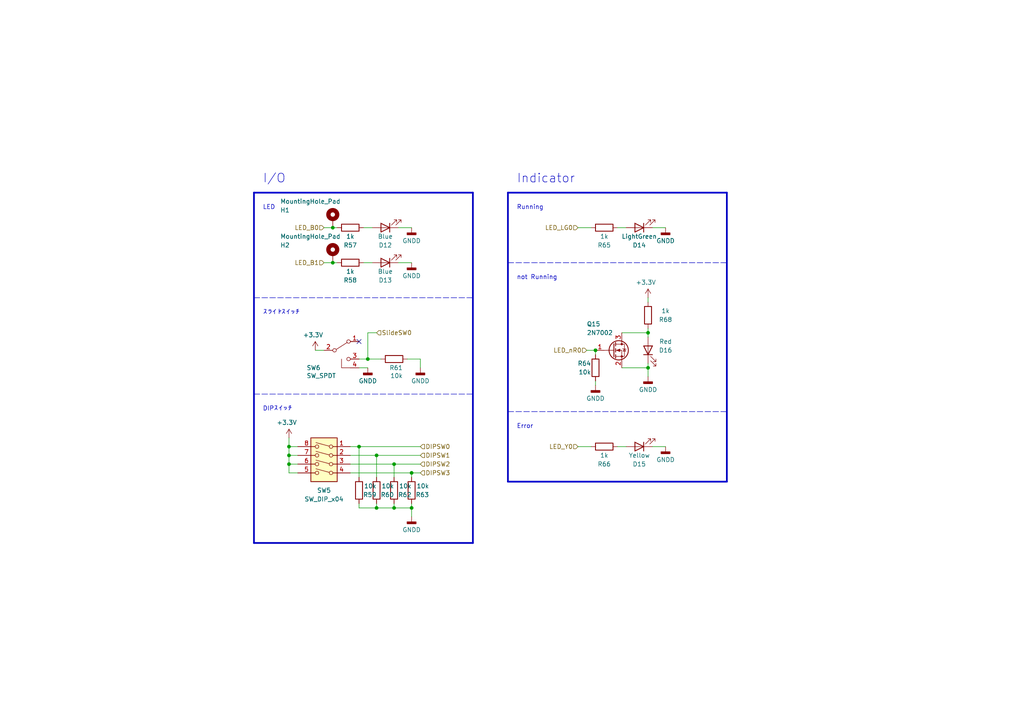
<source format=kicad_sch>
(kicad_sch (version 20230121) (generator eeschema)
  (paper "A4")
  (lib_symbols
    (symbol "Device:LED" (pin_numbers hide) (pin_names (offset 1.016) hide)
      (property "Reference" "D" (at 0 2.54 0))
      (property "Value" "LED" (at 0 -2.54 0))
      (symbol "LED_0_1"
        (polyline (pts (xy -1.27 -1.27) (xy -1.27 1.27)) (stroke (width 0.254)))
        (polyline (pts (xy -1.27 0) (xy 1.27 0)))
        (polyline (pts (xy 1.27 -1.27) (xy 1.27 1.27) (xy -1.27 0) (xy 1.27 -1.27)) (stroke (width 0.254)))
        (polyline (pts (xy -3.048 -0.762) (xy -4.572 -2.286) (xy -3.81 -2.286) (xy -4.572 -2.286) (xy -4.572 -1.524)))
        (polyline (pts (xy -1.778 -0.762) (xy -3.302 -2.286) (xy -2.54 -2.286) (xy -3.302 -2.286) (xy -3.302 -1.524)))
      )
      (symbol "LED_1_1"
        (pin passive line (at -3.81 0 0) (length 2.54) (name "K") (number "1"))
        (pin passive line (at 3.81 0 180) (length 2.54) (name "A") (number "2"))
      )
    )
    (symbol "Device:R" (pin_numbers hide) (pin_names (offset 0))
      (property "Reference" "R" (at 2.032 0 90))
      (property "Value" "R" (at 0 0 90))
      (symbol "R_0_1"
        (rectangle (start -1.016 -2.54) (end 1.016 2.54) (stroke (width 0.254)))
      )
      (symbol "R_1_1"
        (pin passive line (at 0 3.81 270) (length 1.27) (name "~") (number "1"))
        (pin passive line (at 0 -3.81 90) (length 1.27) (name "~") (number "2"))
      )
    )
    (symbol "Mechanical:MountingHole_Pad" (pin_numbers hide) (pin_names (offset 1.016) hide)
      (property "Reference" "H" (at 0 6.35 0))
      (property "Value" "MountingHole_Pad" (at 0 4.445 0))
      (symbol "MountingHole_Pad_0_1"
        (circle (center 0 1.27) (radius 1.27) (stroke (width 1.27)))
      )
      (symbol "MountingHole_Pad_1_1"
        (pin input line (at 0 -2.54 90) (length 2.54) (name "1") (number "1"))
      )
    )
    (symbol "Switch:SW_DIP_x04" (pin_names (offset 0) hide)
      (property "Reference" "SW" (at 0 8.89 0))
      (property "Value" "SW_DIP_x04" (at 0 -6.35 0))
      (symbol "SW_DIP_x04_0_0"
        (circle (center -2.032 -2.54) (radius 0.508))
        (circle (center -2.032 0) (radius 0.508))
        (circle (center -2.032 2.54) (radius 0.508))
        (circle (center -2.032 5.08) (radius 0.508))
        (polyline (pts (xy -1.524 -2.3876) (xy 2.3622 -1.3462)))
        (polyline (pts (xy -1.524 0.127) (xy 2.3622 1.1684)))
        (polyline (pts (xy -1.524 2.667) (xy 2.3622 3.7084)))
        (polyline (pts (xy -1.524 5.207) (xy 2.3622 6.2484)))
        (circle (center 2.032 -2.54) (radius 0.508))
        (circle (center 2.032 0) (radius 0.508))
        (circle (center 2.032 2.54) (radius 0.508))
        (circle (center 2.032 5.08) (radius 0.508))
      )
      (symbol "SW_DIP_x04_0_1"
        (rectangle (start -3.81 7.62) (end 3.81 -5.08) (stroke (width 0.254)) (fill (type background)))
      )
      (symbol "SW_DIP_x04_1_1"
        (pin passive line (at -7.62 5.08 0) (length 5.08) (name "~") (number "1"))
        (pin passive line (at -7.62 2.54 0) (length 5.08) (name "~") (number "2"))
        (pin passive line (at -7.62 0 0) (length 5.08) (name "~") (number "3"))
        (pin passive line (at -7.62 -2.54 0) (length 5.08) (name "~") (number "4"))
        (pin passive line (at 7.62 -2.54 180) (length 5.08) (name "~") (number "5"))
        (pin passive line (at 7.62 0 180) (length 5.08) (name "~") (number "6"))
        (pin passive line (at 7.62 2.54 180) (length 5.08) (name "~") (number "7"))
        (pin passive line (at 7.62 5.08 180) (length 5.08) (name "~") (number "8"))
      )
    )
    (symbol "Switch:SW_SPDT" (pin_names (offset 0) hide)
      (property "Reference" "SW6" (at -10.16 7.3914 0))
      (property "Value" "SW_SPDT" (at -10.16 5.08 0))
      (symbol "SW_SPDT_0_0"
        (circle (center -2.032 0) (radius 0.508))
        (circle (center 2.032 -2.54) (radius 0.508))
      )
      (symbol "SW_SPDT_0_1"
        (polyline (pts (xy -1.524 0.254) (xy 1.651 2.286)))
        (polyline (pts (xy 2.54 -5.08) (xy 0 -5.08) (xy 0 -2.54)))
        (circle (center 2.032 2.54) (radius 0.508))
      )
      (symbol "SW_SPDT_1_1"
        (pin passive line (at 5.08 2.54 180) (length 2.54) (name "A") (number "1"))
        (pin passive line (at -5.08 0 0) (length 2.54) (name "B") (number "2"))
        (pin passive line (at 5.08 -2.54 180) (length 2.54) (name "C") (number "3"))
        (pin passive line (at 5.08 -5.08 180) (length 2.54) (name "shell") (number "4"))
        (pin passive line (at 5.08 -5.08 180) (length 2.54) hide (name "shell") (number "5"))
      )
    )
    (symbol "Transistor_FET:2N7002" (pin_names hide)
      (property "Reference" "Q" (at 5.08 1.905 0))
      (property "Value" "2N7002" (at 5.08 0 0))
      (symbol "2N7002_0_1"
        (polyline (pts (xy 0.254 0) (xy -2.54 0)))
        (polyline (pts (xy 0.254 1.905) (xy 0.254 -1.905)) (stroke (width 0.254)))
        (polyline (pts (xy 0.762 -1.27) (xy 0.762 -2.286)) (stroke (width 0.254)))
        (polyline (pts (xy 0.762 0.508) (xy 0.762 -0.508)) (stroke (width 0.254)))
        (polyline (pts (xy 0.762 2.286) (xy 0.762 1.27)) (stroke (width 0.254)))
        (polyline (pts (xy 2.54 2.54) (xy 2.54 1.778)))
        (polyline (pts (xy 2.54 -2.54) (xy 2.54 0) (xy 0.762 0)))
        (polyline (pts (xy 0.762 -1.778) (xy 3.302 -1.778) (xy 3.302 1.778) (xy 0.762 1.778)))
        (polyline (pts (xy 1.016 0) (xy 2.032 0.381) (xy 2.032 -0.381) (xy 1.016 0)) (fill (type outline)))
        (polyline (pts (xy 2.794 0.508) (xy 2.921 0.381) (xy 3.683 0.381) (xy 3.81 0.254)))
        (polyline (pts (xy 3.302 0.381) (xy 2.921 -0.254) (xy 3.683 -0.254) (xy 3.302 0.381)))
        (circle (center 1.651 0) (radius 2.794) (stroke (width 0.254)))
        (circle (center 2.54 -1.778) (radius 0.254) (fill (type outline)))
        (circle (center 2.54 1.778) (radius 0.254) (fill (type outline)))
      )
      (symbol "2N7002_1_1"
        (pin input line (at -5.08 0 0) (length 2.54) (name "G") (number "1"))
        (pin passive line (at 2.54 -5.08 90) (length 2.54) (name "S") (number "2"))
        (pin passive line (at 2.54 5.08 270) (length 2.54) (name "D") (number "3"))
      )
    )
    (symbol "power:+3.3V" (power) (pin_names (offset 0))
      (property "Value" "+3.3V" (at 0 3.556 0))
      (symbol "+3.3V_0_1"
        (polyline (pts (xy -0.762 1.27) (xy 0 2.54)))
        (polyline (pts (xy 0 0) (xy 0 2.54)))
        (polyline (pts (xy 0 2.54) (xy 0.762 1.27)))
      )
      (symbol "+3.3V_1_1"
        (pin power_in line (at 0 0 90) (length 0) hide (name "+3.3V") (number "1"))
      )
    )
    (symbol "power:GNDD" (power) (pin_names (offset 0))
      (property "Value" "GNDD" (at 0 -3.175 0))
      (symbol "GNDD_0_1"
        (rectangle (start -1.27 -1.524) (end 1.27 -2.032) (stroke (width 0.254)) (fill (type outline)))
        (polyline (pts (xy 0 0) (xy 0 -1.524)))
      )
      (symbol "GNDD_1_1"
        (pin power_in line (at 0 0 270) (length 0) hide (name "GNDD") (number "1"))
      )
    )
  )
  (junction (at 104.14 129.54))
  (junction (at 83.82 129.54))
  (junction (at 109.22 147.32))
  (junction (at 96.52 66.04))
  (junction (at 187.96 106.68))
  (junction (at 96.52 76.2))
  (junction (at 106.68 104.14))
  (junction (at 83.82 134.62))
  (junction (at 109.22 132.08))
  (junction (at 187.96 96.52))
  (junction (at 83.82 132.08))
  (junction (at 119.38 137.16))
  (junction (at 114.3 134.62))
  (junction (at 119.38 147.32))
  (junction (at 172.72 101.6))
  (junction (at 114.3 147.32))
  (no_connect (at 104.14 99.06))
  (wire (pts (xy 187.96 86.36) (xy 187.96 87.63)))
  (wire (pts (xy 187.96 106.68) (xy 187.96 109.22)))
  (wire (pts (xy 109.22 138.43) (xy 109.22 132.08)))
  (wire (pts (xy 101.6 137.16) (xy 119.38 137.16)))
  (wire (pts (xy 104.14 147.32) (xy 104.14 146.05)))
  (wire (pts (xy 187.96 106.68) (xy 187.96 105.41)))
  (polyline (pts (xy 147.32 76.2) (xy 210.82 76.2)) (stroke (width 0) (type dash)))
  (wire (pts (xy 105.41 66.04) (xy 107.95 66.04)))
  (wire (pts (xy 119.38 147.32) (xy 114.3 147.32)))
  (wire (pts (xy 83.82 129.54) (xy 86.36 129.54)))
  (wire (pts (xy 179.07 66.04) (xy 181.61 66.04)))
  (wire (pts (xy 104.14 129.54) (xy 104.14 138.43)))
  (polyline (pts (xy 73.66 114.3) (xy 137.16 114.3)) (stroke (width 0) (type dash)))
  (wire (pts (xy 101.6 134.62) (xy 114.3 134.62)))
  (polyline (pts (xy 147.32 55.88) (xy 210.82 55.88)) (stroke (width 0.5) (type solid)))
  (wire (pts (xy 109.22 96.52) (xy 106.68 96.52)))
  (polyline (pts (xy 147.32 119.38) (xy 210.82 119.38)) (stroke (width 0) (type dash)))
  (polyline (pts (xy 73.66 157.48) (xy 73.66 55.88)) (stroke (width 0.5) (type solid)))
  (wire (pts (xy 115.57 76.2) (xy 119.38 76.2)))
  (wire (pts (xy 121.92 106.68) (xy 121.92 104.14)))
  (wire (pts (xy 115.57 66.04) (xy 119.38 66.04)))
  (wire (pts (xy 83.82 137.16) (xy 83.82 134.62)))
  (wire (pts (xy 83.82 129.54) (xy 83.82 132.08)))
  (wire (pts (xy 104.14 129.54) (xy 121.92 129.54)))
  (wire (pts (xy 104.14 104.14) (xy 106.68 104.14)))
  (wire (pts (xy 118.11 104.14) (xy 121.92 104.14)))
  (wire (pts (xy 93.98 66.04) (xy 96.52 66.04)))
  (wire (pts (xy 104.14 106.68) (xy 106.68 106.68)))
  (wire (pts (xy 172.72 101.6) (xy 172.72 102.87)))
  (wire (pts (xy 109.22 147.32) (xy 109.22 146.05)))
  (polyline (pts (xy 73.66 86.36) (xy 137.16 86.36)) (stroke (width 0) (type dash)))
  (wire (pts (xy 96.52 76.2) (xy 97.79 76.2)))
  (wire (pts (xy 119.38 137.16) (xy 121.92 137.16)))
  (wire (pts (xy 83.82 127) (xy 83.82 129.54)))
  (wire (pts (xy 167.64 66.04) (xy 171.45 66.04)))
  (wire (pts (xy 114.3 134.62) (xy 114.3 138.43)))
  (wire (pts (xy 172.72 110.49) (xy 172.72 111.76)))
  (wire (pts (xy 119.38 137.16) (xy 119.38 138.43)))
  (wire (pts (xy 109.22 132.08) (xy 121.92 132.08)))
  (wire (pts (xy 109.22 147.32) (xy 104.14 147.32)))
  (polyline (pts (xy 73.66 157.48) (xy 137.16 157.48)) (stroke (width 0.5) (type solid)))
  (wire (pts (xy 119.38 149.86) (xy 119.38 147.32)))
  (wire (pts (xy 101.6 132.08) (xy 109.22 132.08)))
  (wire (pts (xy 179.07 129.54) (xy 181.61 129.54)))
  (polyline (pts (xy 73.66 55.88) (xy 137.16 55.88)) (stroke (width 0.5) (type solid)))
  (wire (pts (xy 106.68 96.52) (xy 106.68 104.14)))
  (wire (pts (xy 101.6 129.54) (xy 104.14 129.54)))
  (wire (pts (xy 114.3 134.62) (xy 121.92 134.62)))
  (wire (pts (xy 91.44 101.6) (xy 93.98 101.6)))
  (wire (pts (xy 119.38 147.32) (xy 119.38 146.05)))
  (polyline (pts (xy 147.32 139.7) (xy 210.82 139.7)) (stroke (width 0.5) (type solid)))
  (wire (pts (xy 83.82 132.08) (xy 86.36 132.08)))
  (wire (pts (xy 180.34 106.68) (xy 187.96 106.68)))
  (wire (pts (xy 189.23 66.04) (xy 193.04 66.04)))
  (polyline (pts (xy 137.16 157.48) (xy 137.16 55.88)) (stroke (width 0.5) (type solid)))
  (wire (pts (xy 189.23 129.54) (xy 193.04 129.54)))
  (polyline (pts (xy 210.82 139.7) (xy 210.82 55.88)) (stroke (width 0.5) (type solid)))
  (wire (pts (xy 96.52 66.04) (xy 97.79 66.04)))
  (wire (pts (xy 105.41 76.2) (xy 107.95 76.2)))
  (wire (pts (xy 180.34 96.52) (xy 187.96 96.52)))
  (polyline (pts (xy 147.32 139.7) (xy 147.32 55.88)) (stroke (width 0.5) (type solid)))
  (wire (pts (xy 83.82 134.62) (xy 86.36 134.62)))
  (wire (pts (xy 114.3 147.32) (xy 114.3 146.05)))
  (wire (pts (xy 187.96 95.25) (xy 187.96 96.52)))
  (wire (pts (xy 86.36 137.16) (xy 83.82 137.16)))
  (wire (pts (xy 93.98 76.2) (xy 96.52 76.2)))
  (wire (pts (xy 187.96 96.52) (xy 187.96 97.79)))
  (wire (pts (xy 114.3 147.32) (xy 109.22 147.32)))
  (wire (pts (xy 167.64 129.54) (xy 171.45 129.54)))
  (wire (pts (xy 170.18 101.6) (xy 172.72 101.6)))
  (wire (pts (xy 83.82 134.62) (xy 83.82 132.08)))
  (wire (pts (xy 106.68 104.14) (xy 110.49 104.14)))
  (text "LED" (at 76.2 60.96 0) (effects (font (size 1.27 1.27)) (justify left bottom)))
  (text "Error" (at 149.86 124.46 0) (effects (font (size 1.27 1.27)) (justify left bottom)))
  (text "I/O" (at 76.2 53.34 0) (effects (font (size 2.54 2.54)) (justify left bottom)))
  (text "DIPスイッチ" (at 76.2 119.38 0) (effects (font (size 1.27 1.27)) (justify left bottom)))
  (text "not Running" (at 149.86 81.28 0) (effects (font (size 1.27 1.27)) (justify left bottom)))
  (text "Indicator" (at 149.86 53.34 0) (effects (font (size 2.54 2.54)) (justify left bottom)))
  (text "Running" (at 149.86 60.96 0) (effects (font (size 1.27 1.27)) (justify left bottom)))
  (text "スライドスイッチ" (at 76.2 91.44 0) (effects (font (size 1.27 1.27)) (justify left bottom)))
  (hierarchical_label "LED_nR0" (shape input) (at 170.18 101.6 180))
  (hierarchical_label "LED_LG0" (shape input) (at 167.64 66.04 180))
  (hierarchical_label "SlideSW0" (shape input) (at 109.22 96.52 0))
  (hierarchical_label "LED_Y0" (shape input) (at 167.64 129.54 180))
  (hierarchical_label "DIPSW2" (shape input) (at 121.92 134.62 0))
  (hierarchical_label "DIPSW1" (shape input) (at 121.92 132.08 0))
  (hierarchical_label "LED_B0" (shape input) (at 93.98 66.04 180))
  (hierarchical_label "LED_B1" (shape input) (at 93.98 76.2 180))
  (hierarchical_label "DIPSW0" (shape input) (at 121.92 129.54 0))
  (hierarchical_label "DIPSW3" (shape input) (at 121.92 137.16 0))
  (symbol (lib_id "power:GNDD") (at 106.68 106.68 0) (unit 1)
    (property "Reference" "#PWR035" (effects hide))
    (property "Value" "GNDD" (at 106.68 110.49 0))
  )
  (symbol (lib_id "power:+3.3V") (at 187.96 86.36 0) (unit 1)
    (property "Reference" "#PWR033" (effects hide))
    (property "Value" "+3.3V" (at 187.325 81.915 0))
  )
  (symbol (lib_id "Device:R") (at 175.26 66.04 270) (mirror x) (unit 1)
    (property "Reference" "R65" (at 175.26 71.12 90))
    (property "Value" "1k" (at 175.26 68.58 90))
    (property "Footprint" "Resistor_SMD:R_0402_1005Metric" (effects hide))
  )
  (symbol (lib_id "Device:LED") (at 185.42 129.54 180) (unit 1)
    (property "Reference" "D15" (at 185.42 134.62 0))
    (property "Value" "Yellow" (at 185.42 132.08 0))
    (property "Footprint" "LED_SMD:LED_0603_1608Metric_Pad1.05x0.95mm_HandSolder" (effects hide))
  )
  (symbol (lib_id "Device:R") (at 172.72 106.68 0) (mirror y) (unit 1)
    (property "Reference" "R64" (at 171.45 105.41 0) (effects (justify left)))
    (property "Value" "10k" (at 171.45 107.95 0) (effects (justify left)))
    (property "Footprint" "Resistor_SMD:R_0402_1005Metric" (effects hide))
  )
  (symbol (lib_id "Mechanical:MountingHole_Pad") (at 96.52 63.5 0) (mirror y) (unit 1)
    (property "Reference" "H1" (at 81.28 60.96 0) (effects (justify right)))
    (property "Value" "MountingHole_Pad" (at 81.28 58.42 0) (effects (justify right)))
    (property "Footprint" "TestPoint:TestPoint_Pad_1.0x1.0mm" (effects hide))
  )
  (symbol (lib_id "power:GNDD") (at 119.38 149.86 0) (unit 1)
    (property "Reference" "#PWR041" (effects hide))
    (property "Value" "GNDD" (at 119.38 153.67 0))
  )
  (symbol (lib_id "Device:R") (at 187.96 91.44 0) (mirror y) (unit 1)
    (property "Reference" "R68" (at 193.04 92.71 0))
    (property "Value" "1k" (at 193.04 90.17 0))
    (property "Footprint" "Resistor_SMD:R_0402_1005Metric" (effects hide))
  )
  (symbol (lib_id "power:GNDD") (at 119.38 66.04 0) (unit 1)
    (property "Reference" "#PWR030" (effects hide))
    (property "Value" "GNDD" (at 119.38 69.85 0))
  )
  (symbol (lib_id "power:GNDD") (at 119.38 76.2 0) (unit 1)
    (property "Reference" "#PWR032" (effects hide))
    (property "Value" "GNDD" (at 119.38 80.01 0))
  )
  (symbol (lib_id "power:GNDD") (at 187.96 109.22 0) (unit 1)
    (property "Reference" "#PWR037" (effects hide))
    (property "Value" "GNDD" (at 187.96 113.03 0))
  )
  (symbol (lib_id "Device:LED") (at 185.42 66.04 180) (unit 1)
    (property "Reference" "D14" (at 185.42 71.12 0))
    (property "Value" "LightGreen" (at 185.42 68.58 0))
    (property "Footprint" "LED_SMD:LED_0603_1608Metric_Pad1.05x0.95mm_HandSolder" (effects hide))
  )
  (symbol (lib_id "Transistor_FET:2N7002") (at 177.8 101.6 0) (unit 1)
    (property "Reference" "Q15" (at 170.18 93.98 0) (effects (justify left)))
    (property "Value" "2N7002" (at 170.18 96.52 0) (effects (justify left)))
    (property "Footprint" "Package_TO_SOT_SMD:SOT-23" (effects hide))
    (property "Datasheet" "https://www.onsemi.com/pub/Collateral/NDS7002A-D.PDF" (effects hide))
  )
  (symbol (lib_id "Switch:SW_DIP_x04") (at 93.98 134.62 0) (mirror y) (unit 1)
    (property "Reference" "SW5" (at 93.98 142.24 0))
    (property "Value" "SW_DIP_x04" (at 93.98 144.78 0))
    (property "Footprint" "Button_Switch_SMD:SW_DIP_SPSTx04_Slide_Copal_CHS-04B_W7.62mm_P1.27mm" (effects hide))
  )
  (symbol (lib_id "Device:R") (at 101.6 76.2 270) (mirror x) (unit 1)
    (property "Reference" "R58" (at 101.6 81.28 90))
    (property "Value" "1k" (at 101.6 78.74 90))
    (property "Footprint" "Resistor_SMD:R_0402_1005Metric" (effects hide))
  )
  (symbol (lib_id "Device:LED") (at 111.76 76.2 180) (unit 1)
    (property "Reference" "D13" (at 111.76 81.28 0))
    (property "Value" "Blue" (at 111.76 78.74 0))
    (property "Footprint" "LED_SMD:LED_0603_1608Metric_Pad1.05x0.95mm_HandSolder" (effects hide))
  )
  (symbol (lib_id "Device:R") (at 175.26 129.54 270) (mirror x) (unit 1)
    (property "Reference" "R66" (at 175.26 134.62 90))
    (property "Value" "1k" (at 175.26 132.08 90))
    (property "Footprint" "Resistor_SMD:R_0603_1608Metric" (effects hide))
  )
  (symbol (lib_id "Device:R") (at 104.14 142.24 180) (unit 1)
    (property "Reference" "R59" (at 109.22 143.51 0) (effects (justify left)))
    (property "Value" "10k" (at 109.22 140.97 0) (effects (justify left)))
    (property "Footprint" "Resistor_SMD:R_0402_1005Metric" (effects hide))
  )
  (symbol (lib_id "power:GNDD") (at 193.04 129.54 0) (unit 1)
    (property "Reference" "#PWR040" (effects hide))
    (property "Value" "GNDD" (at 193.04 133.35 0))
  )
  (symbol (lib_id "Switch:SW_SPDT") (at 99.06 101.6 0) (unit 1)
    (property "Reference" "SW6" (at 88.9 106.68 0) (effects (justify left)))
    (property "Value" "SW_SPDT" (at 88.9 108.9914 0) (effects (justify left)))
    (property "Footprint" "TomoshibiLibrary:SW_Slide_SPDT_SSAJ120100" (effects hide))
  )
  (symbol (lib_id "Device:LED") (at 187.96 101.6 90) (unit 1)
    (property "Reference" "D16" (at 193.04 101.6 90))
    (property "Value" "Red" (at 193.04 99.06 90))
    (property "Footprint" "LED_SMD:LED_0603_1608Metric_Pad1.05x0.95mm_HandSolder" (effects hide))
  )
  (symbol (lib_id "power:+3.3V") (at 91.44 101.6 0) (unit 1)
    (property "Reference" "#PWR034" (effects hide))
    (property "Value" "+3.3V" (at 90.805 97.155 0))
  )
  (symbol (lib_id "Device:R") (at 114.3 142.24 180) (unit 1)
    (property "Reference" "R62" (at 119.38 143.51 0) (effects (justify left)))
    (property "Value" "10k" (at 119.38 140.97 0) (effects (justify left)))
    (property "Footprint" "Resistor_SMD:R_0402_1005Metric" (effects hide))
  )
  (symbol (lib_id "Device:LED") (at 111.76 66.04 180) (unit 1)
    (property "Reference" "D12" (at 111.76 71.12 0))
    (property "Value" "Blue" (at 111.76 68.58 0))
    (property "Footprint" "LED_SMD:LED_0603_1608Metric_Pad1.05x0.95mm_HandSolder" (effects hide))
  )
  (symbol (lib_id "Device:R") (at 109.22 142.24 180) (unit 1)
    (property "Reference" "R60" (at 114.3 143.51 0) (effects (justify left)))
    (property "Value" "10k" (at 114.3 140.97 0) (effects (justify left)))
    (property "Footprint" "Resistor_SMD:R_0402_1005Metric" (effects hide))
  )
  (symbol (lib_id "power:GNDD") (at 193.04 66.04 0) (unit 1)
    (property "Reference" "#PWR031" (effects hide))
    (property "Value" "GNDD" (at 193.04 69.85 0))
  )
  (symbol (lib_id "Mechanical:MountingHole_Pad") (at 96.52 73.66 0) (mirror y) (unit 1)
    (property "Reference" "H2" (at 81.28 71.12 0) (effects (justify right)))
    (property "Value" "MountingHole_Pad" (at 81.28 68.58 0) (effects (justify right)))
    (property "Footprint" "TestPoint:TestPoint_Pad_1.0x1.0mm" (effects hide))
  )
  (symbol (lib_id "power:GNDD") (at 121.92 106.68 0) (unit 1)
    (property "Reference" "#PWR036" (effects hide))
    (property "Value" "GNDD" (at 121.92 110.49 0))
  )
  (symbol (lib_id "Device:R") (at 119.38 142.24 180) (unit 1)
    (property "Reference" "R63" (at 124.46 143.51 0) (effects (justify left)))
    (property "Value" "10k" (at 124.46 140.97 0) (effects (justify left)))
    (property "Footprint" "Resistor_SMD:R_0402_1005Metric" (effects hide))
  )
  (symbol (lib_id "power:GNDD") (at 172.72 111.76 0) (unit 1)
    (property "Reference" "#PWR038" (effects hide))
    (property "Value" "GNDD" (at 172.72 115.57 0))
  )
  (symbol (lib_id "Device:R") (at 114.3 104.14 90) (mirror x) (unit 1)
    (property "Reference" "R61" (at 116.84 106.68 90) (effects (justify left)))
    (property "Value" "10k" (at 116.84 108.9914 90) (effects (justify left)))
    (property "Footprint" "Resistor_SMD:R_0402_1005Metric" (effects hide))
  )
  (symbol (lib_id "Device:R") (at 101.6 66.04 270) (mirror x) (unit 1)
    (property "Reference" "R57" (at 101.6 71.12 90))
    (property "Value" "1k" (at 101.6 68.58 90))
    (property "Footprint" "Resistor_SMD:R_0402_1005Metric" (effects hide))
  )
  (symbol (lib_id "power:+3.3V") (at 83.82 127 0) (unit 1)
    (property "Reference" "#PWR039" (effects hide))
    (property "Value" "+3.3V" (at 83.185 122.555 0))
  )
)
</source>
